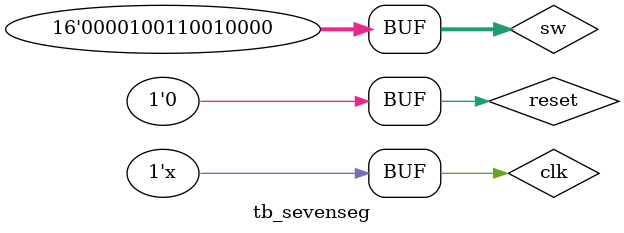
<source format=v>
`timescale 1ns / 1ps


module tb_sevenseg;
    reg [15:0]sw;  
    reg reset;  
    wire [3:0] an;  
    wire [6:0] seg;
    reg clk = 0;     
    always #5 clk = ~clk;
    sevenseg mod(clk, sw, reset, an, seg);
    
    initial begin
    reset = 1;
    sw = 'h1111;
    #100;
    reset = 0;
    sw = 'h2222;
    #100;
    sw = 'h3333;
    #100;
    sw = 'h4444;
    #100;
    sw = 'h5555;
    #100;
    sw = 'h6666;
    #100;
    reset = 0;
    sw = 'h9999;
    #100;
    reset = 0;
    sw = 'h8888;
    #100;
    reset = 0;
    sw = 'h9999;
    #100;
    sw = 'h0000;
    #100;
    sw = 'h9999;
    #100;
    reset = 0;
    sw = 'h8888;
    #100;
    reset = 1;
    sw = 'h9999;
    #100;
    sw = 'h0000;
    #100;
    sw = 'h9999;
    #100;
    reset = 0;
    sw = 'h8723;
    #100;
    reset = 0;
    sw = 'h0248;
    #100;
    sw = 'h0990;
    #100;
    
    
     end
       
endmodule

</source>
